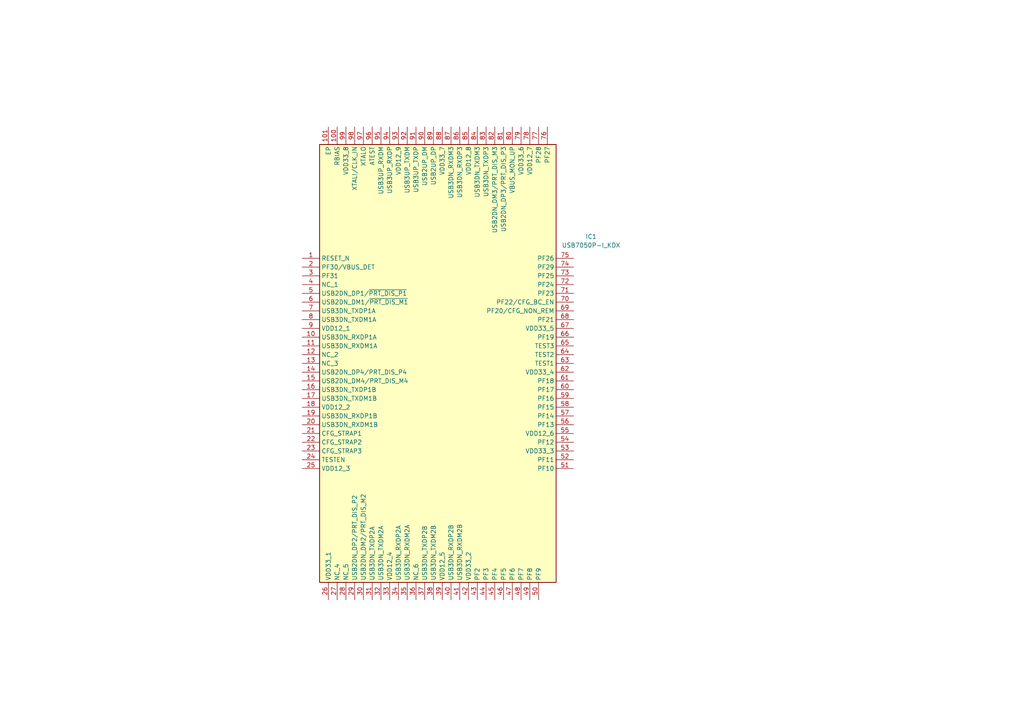
<source format=kicad_sch>
(kicad_sch (version 20231120) (generator "eeschema") (generator_version "8.0")
  (paper "A4")
  (lib_symbols
    (symbol "USB7050P-I_KDX:USB7050P-I_KDX"
      (property "Reference" "IC" (at 74.93 38.1 0))
      (property "Value" "USB7050P-I_KDX" (at 74.93 35.56 0))
      (symbol "USB7050P-I_KDX_1_1"
        (rectangle (start 5.08 33.02) (end 73.66 -93.98) (stroke (width 0.254)) (fill (type background)))
        (pin passive line (at 0 0 0) (length 5.08) (name "RESET_N") (number "1"))
        (pin passive line (at 0 -22.86 0) (length 5.08) (name "USB3DN_RXDP1A") (number "10"))
        (pin passive line (at 10.16 38.1 270) (length 5.08) (name "RBIAS") (number "100"))
        (pin passive line (at 7.62 38.1 270) (length 5.08) (name "EP") (number "101"))
        (pin passive line (at 0 -25.4 0) (length 5.08) (name "USB3DN_RXDM1A") (number "11"))
        (pin passive line (at 0 -27.94 0) (length 5.08) (name "NC_2") (number "12"))
        (pin passive line (at 0 -30.48 0) (length 5.08) (name "NC_3") (number "13"))
        (pin passive line (at 0 -33.02 0) (length 5.08) (name "USB2DN_DP4/PRT_DIS_P4") (number "14"))
        (pin passive line (at 0 -35.56 0) (length 5.08) (name "USB2DN_DM4/PRT_DIS_M4") (number "15"))
        (pin passive line (at 0 -38.1 0) (length 5.08) (name "USB3DN_TXDP1B") (number "16"))
        (pin passive line (at 0 -40.64 0) (length 5.08) (name "USB3DN_TXDM1B") (number "17"))
        (pin passive line (at 0 -43.18 0) (length 5.08) (name "VDD12_2") (number "18"))
        (pin passive line (at 0 -45.72 0) (length 5.08) (name "USB3DN_RXDP1B") (number "19"))
        (pin passive line (at 0 -2.54 0) (length 5.08) (name "PF30/VBUS_DET") (number "2"))
        (pin passive line (at 0 -48.26 0) (length 5.08) (name "USB3DN_RXDM1B") (number "20"))
        (pin passive line (at 0 -50.8 0) (length 5.08) (name "CFG_STRAP1") (number "21"))
        (pin passive line (at 0 -53.34 0) (length 5.08) (name "CFG_STRAP2") (number "22"))
        (pin passive line (at 0 -55.88 0) (length 5.08) (name "CFG_STRAP3") (number "23"))
        (pin passive line (at 0 -58.42 0) (length 5.08) (name "TESTEN") (number "24"))
        (pin passive line (at 0 -60.96 0) (length 5.08) (name "VDD12_3") (number "25"))
        (pin passive line (at 7.62 -99.06 90) (length 5.08) (name "VDD33_1") (number "26"))
        (pin passive line (at 10.16 -99.06 90) (length 5.08) (name "NC_4") (number "27"))
        (pin passive line (at 12.7 -99.06 90) (length 5.08) (name "NC_5") (number "28"))
        (pin passive line (at 15.24 -99.06 90) (length 5.08) (name "USB2DN_DP2/PRT_DIS_P2") (number "29"))
        (pin passive line (at 0 -5.08 0) (length 5.08) (name "PF31") (number "3"))
        (pin passive line (at 17.78 -99.06 90) (length 5.08) (name "USB2DN_DM2/PRT_DIS_M2") (number "30"))
        (pin passive line (at 20.32 -99.06 90) (length 5.08) (name "USB3DN_TXDP2A") (number "31"))
        (pin passive line (at 22.86 -99.06 90) (length 5.08) (name "USB3DN_TXDM2A") (number "32"))
        (pin passive line (at 25.4 -99.06 90) (length 5.08) (name "VDD12_4") (number "33"))
        (pin passive line (at 27.94 -99.06 90) (length 5.08) (name "USB3DN_RXDP2A") (number "34"))
        (pin passive line (at 30.48 -99.06 90) (length 5.08) (name "USB3DN_RXDM2A") (number "35"))
        (pin passive line (at 33.02 -99.06 90) (length 5.08) (name "NC_6") (number "36"))
        (pin passive line (at 35.56 -99.06 90) (length 5.08) (name "USB3DN_TXDP2B") (number "37"))
        (pin passive line (at 38.1 -99.06 90) (length 5.08) (name "USB3DN_TXDM2B") (number "38"))
        (pin passive line (at 40.64 -99.06 90) (length 5.08) (name "VDD12_5") (number "39"))
        (pin passive line (at 0 -7.62 0) (length 5.08) (name "NC_1") (number "4"))
        (pin passive line (at 43.18 -99.06 90) (length 5.08) (name "USB3DN_RXDP2B") (number "40"))
        (pin passive line (at 45.72 -99.06 90) (length 5.08) (name "USB3DN_RXDM2B") (number "41"))
        (pin passive line (at 48.26 -99.06 90) (length 5.08) (name "VDD33_2") (number "42"))
        (pin passive line (at 50.8 -99.06 90) (length 5.08) (name "PF2") (number "43"))
        (pin passive line (at 53.34 -99.06 90) (length 5.08) (name "PF3") (number "44"))
        (pin passive line (at 55.88 -99.06 90) (length 5.08) (name "PF4") (number "45"))
        (pin passive line (at 58.42 -99.06 90) (length 5.08) (name "PF5") (number "46"))
        (pin passive line (at 60.96 -99.06 90) (length 5.08) (name "PF6") (number "47"))
        (pin passive line (at 63.5 -99.06 90) (length 5.08) (name "PF7") (number "48"))
        (pin passive line (at 66.04 -99.06 90) (length 5.08) (name "PF8") (number "49"))
        (pin passive line (at 0 -10.16 0) (length 5.08) (name "USB2DN_DP1/~{PRT_DIS_P1}") (number "5"))
        (pin passive line (at 68.58 -99.06 90) (length 5.08) (name "PF9") (number "50"))
        (pin passive line (at 78.74 -60.96 180) (length 5.08) (name "PF10") (number "51"))
        (pin passive line (at 78.74 -58.42 180) (length 5.08) (name "PF11") (number "52"))
        (pin passive line (at 78.74 -55.88 180) (length 5.08) (name "VDD33_3") (number "53"))
        (pin passive line (at 78.74 -53.34 180) (length 5.08) (name "PF12") (number "54"))
        (pin passive line (at 78.74 -50.8 180) (length 5.08) (name "VDD12_6") (number "55"))
        (pin passive line (at 78.74 -48.26 180) (length 5.08) (name "PF13") (number "56"))
        (pin passive line (at 78.74 -45.72 180) (length 5.08) (name "PF14") (number "57"))
        (pin passive line (at 78.74 -43.18 180) (length 5.08) (name "PF15") (number "58"))
        (pin passive line (at 78.74 -40.64 180) (length 5.08) (name "PF16") (number "59"))
        (pin passive line (at 0 -12.7 0) (length 5.08) (name "USB2DN_DM1/~{PRT_DIS_M1}") (number "6"))
        (pin passive line (at 78.74 -38.1 180) (length 5.08) (name "PF17") (number "60"))
        (pin passive line (at 78.74 -35.56 180) (length 5.08) (name "PF18") (number "61"))
        (pin passive line (at 78.74 -33.02 180) (length 5.08) (name "VDD33_4") (number "62"))
        (pin passive line (at 78.74 -30.48 180) (length 5.08) (name "TEST1") (number "63"))
        (pin passive line (at 78.74 -27.94 180) (length 5.08) (name "TEST2") (number "64"))
        (pin passive line (at 78.74 -25.4 180) (length 5.08) (name "TEST3") (number "65"))
        (pin passive line (at 78.74 -22.86 180) (length 5.08) (name "PF19") (number "66"))
        (pin passive line (at 78.74 -20.32 180) (length 5.08) (name "VDD33_5") (number "67"))
        (pin passive line (at 78.74 -17.78 180) (length 5.08) (name "PF21") (number "68"))
        (pin passive line (at 78.74 -15.24 180) (length 5.08) (name "PF20/CFG_NON_REM") (number "69"))
        (pin passive line (at 0 -15.24 0) (length 5.08) (name "USB3DN_TXDP1A") (number "7"))
        (pin passive line (at 78.74 -12.7 180) (length 5.08) (name "PF22/CFG_BC_EN") (number "70"))
        (pin passive line (at 78.74 -10.16 180) (length 5.08) (name "PF23") (number "71"))
        (pin passive line (at 78.74 -7.62 180) (length 5.08) (name "PF24") (number "72"))
        (pin passive line (at 78.74 -5.08 180) (length 5.08) (name "PF25") (number "73"))
        (pin passive line (at 78.74 -2.54 180) (length 5.08) (name "PF29") (number "74"))
        (pin passive line (at 78.74 0 180) (length 5.08) (name "PF26") (number "75"))
        (pin passive line (at 71.12 38.1 270) (length 5.08) (name "PF27") (number "76"))
        (pin passive line (at 68.58 38.1 270) (length 5.08) (name "PF28") (number "77"))
        (pin passive line (at 66.04 38.1 270) (length 5.08) (name "VDD12_7") (number "78"))
        (pin passive line (at 63.5 38.1 270) (length 5.08) (name "VDD33_6") (number "79"))
        (pin passive line (at 0 -17.78 0) (length 5.08) (name "USB3DN_TXDM1A") (number "8"))
        (pin passive line (at 60.96 38.1 270) (length 5.08) (name "VBUS_MON_UP") (number "80"))
        (pin passive line (at 58.42 38.1 270) (length 5.08) (name "USB2DN_DP3/PRT_DIS_P3") (number "81"))
        (pin passive line (at 55.88 38.1 270) (length 5.08) (name "USB2DN_DM3/PRT_DIS_M3") (number "82"))
        (pin passive line (at 53.34 38.1 270) (length 5.08) (name "USB3DN_TXDP3") (number "83"))
        (pin passive line (at 50.8 38.1 270) (length 5.08) (name "USB3DN_TXDM3") (number "84"))
        (pin passive line (at 48.26 38.1 270) (length 5.08) (name "VDD12_8") (number "85"))
        (pin passive line (at 45.72 38.1 270) (length 5.08) (name "USB3DN_RXDP3") (number "86"))
        (pin passive line (at 43.18 38.1 270) (length 5.08) (name "USB3DN_RXDM3") (number "87"))
        (pin passive line (at 40.64 38.1 270) (length 5.08) (name "VDD33_7") (number "88"))
        (pin passive line (at 38.1 38.1 270) (length 5.08) (name "USB2UP_DP") (number "89"))
        (pin passive line (at 0 -20.32 0) (length 5.08) (name "VDD12_1") (number "9"))
        (pin passive line (at 35.56 38.1 270) (length 5.08) (name "USB2UP_DM") (number "90"))
        (pin passive line (at 33.02 38.1 270) (length 5.08) (name "USB3UP_TXDP") (number "91"))
        (pin passive line (at 30.48 38.1 270) (length 5.08) (name "USB3UP_TXDM") (number "92"))
        (pin passive line (at 27.94 38.1 270) (length 5.08) (name "VDD12_9") (number "93"))
        (pin passive line (at 25.4 38.1 270) (length 5.08) (name "USB3UP_RXDP") (number "94"))
        (pin passive line (at 22.86 38.1 270) (length 5.08) (name "USB3UP_RXDM") (number "95"))
        (pin passive line (at 20.32 38.1 270) (length 5.08) (name "ATEST") (number "96"))
        (pin passive line (at 17.78 38.1 270) (length 5.08) (name "XTALO") (number "97"))
        (pin passive line (at 15.24 38.1 270) (length 5.08) (name "XTALI/CLK_IN") (number "98"))
        (pin passive line (at 12.7 38.1 270) (length 5.08) (name "VDD33_8") (number "99"))
      )
    )
  )
  (symbol (lib_id "USB7050P-I_KDX:USB7050P-I_KDX") (at 87.63 74.93 0) (unit 1)
    (property "Reference" "IC1" (at 171.45 68.6114 0))
    (property "Value" "USB7050P-I_KDX" (at 171.45 71.1514 0))
    (property "Footprint" "Project_Library:QFN40P1200X1200X90-101N-D" (effects (hide yes)))
    (property "Datasheet" "https://www.mouser.ca/datasheet/2/268/USB7050_Data_Sheet_DS00002672E-3324429.pdf" (effects (hide yes)))
    (property "Description" "USB Interface IC 4 Port USB3.2 Gen1 - PD upstream, PD Type-Cs and TypeAs downstream ports (industrial temp)" (effects (hide yes)))
    (property "Height" "0.9" (effects (hide yes)))
    (property "Manufacturer_Name" "Microchip" (effects (hide yes)))
    (property "Manufacturer_Part_Number" "USB7050P-I/KDX" (effects (hide yes)))
  )
)
</source>
